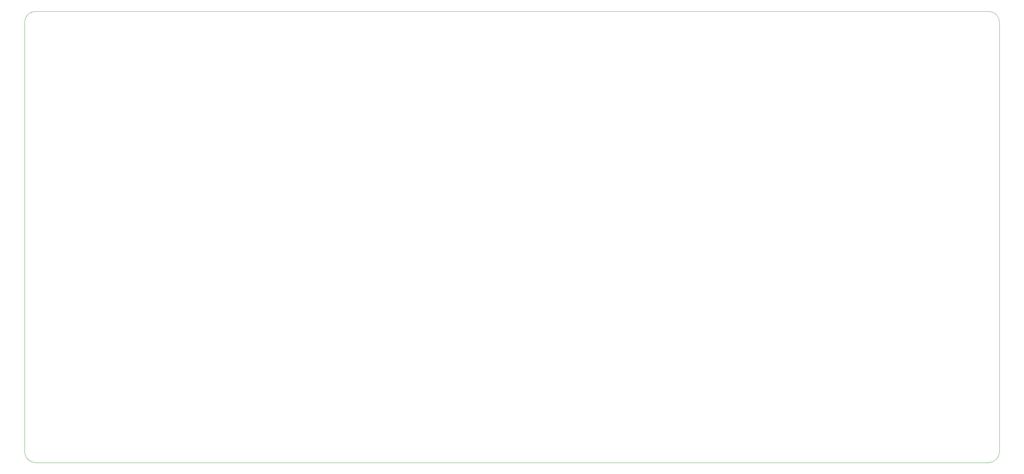
<source format=gbr>
G04 #@! TF.GenerationSoftware,KiCad,Pcbnew,(5.99.0-176-g31e38f2fd)*
G04 #@! TF.CreationDate,2019-12-28T01:19:51+01:00*
G04 #@! TF.ProjectId,5x14_ortho_keyboard_elite-c_backplate,35783134-5f6f-4727-9468-6f5f6b657962,rev?*
G04 #@! TF.SameCoordinates,Original*
G04 #@! TF.FileFunction,Profile,NP*
%FSLAX46Y46*%
G04 Gerber Fmt 4.6, Leading zero omitted, Abs format (unit mm)*
G04 Created by KiCad (PCBNEW (5.99.0-176-g31e38f2fd)) date 2019-12-28 01:19:51*
%MOMM*%
%LPD*%
G04 APERTURE LIST*
%ADD10C,0.100000*%
G04 APERTURE END LIST*
D10*
X280725000Y-158956250D02*
X17725000Y-158956250D01*
X14725000Y-37456250D02*
G75*
G02X17725000Y-34456250I3000000J0D01*
G01*
X17725000Y-158956250D02*
G75*
G02X14725000Y-155956250I0J3000000D01*
G01*
X283725000Y-155956250D02*
G75*
G02X280725000Y-158956250I-3000000J0D01*
G01*
X280725000Y-34456250D02*
G75*
G02X283725000Y-37456250I0J-3000000D01*
G01*
X14725000Y-37456250D02*
X14725000Y-155956250D01*
X283725000Y-37456250D02*
X283725000Y-155956250D01*
X17725000Y-34456250D02*
X280725000Y-34456250D01*
M02*

</source>
